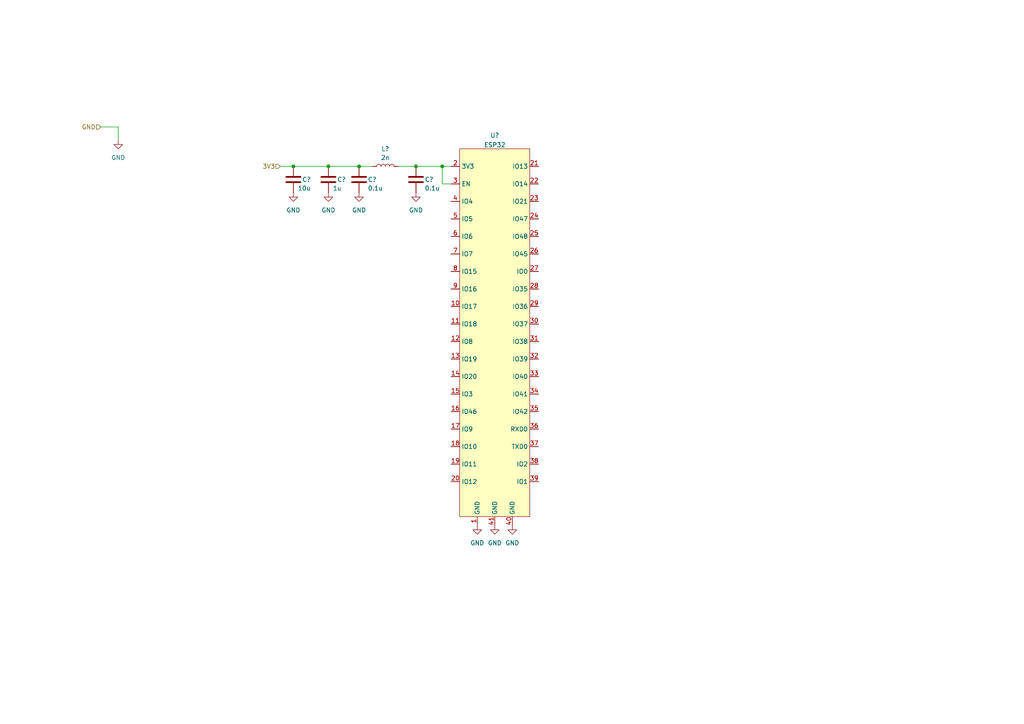
<source format=kicad_sch>
(kicad_sch (version 20211123) (generator eeschema)
  (paper "A4")
  (lib_symbols
    (symbol "Device:C" (pin_numbers hide) (pin_names (offset 0.254))
      (property "Reference" "C" (at 0.635 2.54 0))
      (property "Value" "C" (at 0.635 -2.54 0))
      (symbol "C_0_1"
        (polyline (pts (xy -2.032 -0.762) (xy 2.032 -0.762)) (stroke (width 0.508)))
        (polyline (pts (xy -2.032 0.762) (xy 2.032 0.762)) (stroke (width 0.508)))
      )
      (symbol "C_1_1"
        (pin passive line (at 0 3.81 270) (length 2.794) (name "~") (number "1"))
        (pin passive line (at 0 -3.81 90) (length 2.794) (name "~") (number "2"))
      )
    )
    (symbol "Device:L" (pin_numbers hide) (pin_names (offset 1.016) hide)
      (property "Reference" "L" (at -1.27 0 90))
      (property "Value" "L" (at 1.905 0 90))
      (symbol "L_0_1"
        (arc (start 0 -2.54) (mid 0.635 -1.905) (end 0 -1.27))
        (arc (start 0 -1.27) (mid 0.635 -0.635) (end 0 0))
        (arc (start 0 0) (mid 0.635 0.635) (end 0 1.27))
        (arc (start 0 1.27) (mid 0.635 1.905) (end 0 2.54))
      )
      (symbol "L_1_1"
        (pin passive line (at 0 3.81 270) (length 1.27) (name "1") (number "1"))
        (pin passive line (at 0 -3.81 90) (length 1.27) (name "2") (number "2"))
      )
    )
    (symbol "HEKK:ESP32"
      (property "Reference" "U" (at 0 50.8 0))
      (property "Value" "ESP32" (at 0 53.34 0))
      (symbol "ESP32_0_1"
        (rectangle (start -10.16 48.26) (end 10.16 -58.42) (stroke (width 0.1524)) (fill (type background)))
      )
      (symbol "ESP32_1_1"
        (pin input line (at -5.08 -60.96 90) (length 2.54) (name "GND") (number "1"))
        (pin input line (at -12.7 2.54 0) (length 2.54) (name "IO17") (number "10"))
        (pin input line (at -12.7 -2.54 0) (length 2.54) (name "IO18") (number "11"))
        (pin input line (at -12.7 -7.62 0) (length 2.54) (name "IO8") (number "12"))
        (pin input line (at -12.7 -12.7 0) (length 2.54) (name "IO19") (number "13"))
        (pin input line (at -12.7 -17.78 0) (length 2.54) (name "IO20") (number "14"))
        (pin input line (at -12.7 -22.86 0) (length 2.54) (name "IO3") (number "15"))
        (pin input line (at -12.7 -27.94 0) (length 2.54) (name "IO46") (number "16"))
        (pin input line (at -12.7 -33.02 0) (length 2.54) (name "IO9") (number "17"))
        (pin input line (at -12.7 -38.1 0) (length 2.54) (name "IO10") (number "18"))
        (pin input line (at -12.7 -43.18 0) (length 2.54) (name "IO11") (number "19"))
        (pin input line (at -12.7 43.18 0) (length 2.54) (name "3V3") (number "2"))
        (pin input line (at -12.7 -48.26 0) (length 2.54) (name "IO12") (number "20"))
        (pin input line (at 12.7 43.18 180) (length 2.54) (name "IO13") (number "21"))
        (pin input line (at 12.7 38.1 180) (length 2.54) (name "IO14") (number "22"))
        (pin input line (at 12.7 33.02 180) (length 2.54) (name "IO21") (number "23"))
        (pin input line (at 12.7 27.94 180) (length 2.54) (name "IO47") (number "24"))
        (pin input line (at 12.7 22.86 180) (length 2.54) (name "IO48") (number "25"))
        (pin input line (at 12.7 17.78 180) (length 2.54) (name "IO45") (number "26"))
        (pin input line (at 12.7 12.7 180) (length 2.54) (name "IO0") (number "27"))
        (pin input line (at 12.7 7.62 180) (length 2.54) (name "IO35") (number "28"))
        (pin input line (at 12.7 2.54 180) (length 2.54) (name "IO36") (number "29"))
        (pin input line (at -12.7 38.1 0) (length 2.54) (name "EN") (number "3"))
        (pin input line (at 12.7 -2.54 180) (length 2.54) (name "IO37") (number "30"))
        (pin input line (at 12.7 -7.62 180) (length 2.54) (name "IO38") (number "31"))
        (pin input line (at 12.7 -12.7 180) (length 2.54) (name "IO39") (number "32"))
        (pin input line (at 12.7 -17.78 180) (length 2.54) (name "IO40") (number "33"))
        (pin input line (at 12.7 -22.86 180) (length 2.54) (name "IO41") (number "34"))
        (pin input line (at 12.7 -27.94 180) (length 2.54) (name "IO42") (number "35"))
        (pin input line (at 12.7 -33.02 180) (length 2.54) (name "RXD0") (number "36"))
        (pin input line (at 12.7 -38.1 180) (length 2.54) (name "TXD0") (number "37"))
        (pin input line (at 12.7 -43.18 180) (length 2.54) (name "IO2") (number "38"))
        (pin input line (at 12.7 -48.26 180) (length 2.54) (name "IO1") (number "39"))
        (pin input line (at -12.7 33.02 0) (length 2.54) (name "IO4") (number "4"))
        (pin input line (at 5.08 -60.96 90) (length 2.54) (name "GND") (number "40"))
        (pin input line (at 0 -60.96 90) (length 2.54) (name "GND") (number "41"))
        (pin input line (at -12.7 27.94 0) (length 2.54) (name "IO5") (number "5"))
        (pin input line (at -12.7 22.86 0) (length 2.54) (name "IO6") (number "6"))
        (pin input line (at -12.7 17.78 0) (length 2.54) (name "IO7") (number "7"))
        (pin input line (at -12.7 12.7 0) (length 2.54) (name "IO15") (number "8"))
        (pin input line (at -12.7 7.62 0) (length 2.54) (name "IO16") (number "9"))
      )
    )
    (symbol "power:GND" (power) (pin_names (offset 0))
      (property "Value" "GND" (at 0 -3.81 0))
      (symbol "GND_0_1"
        (polyline (pts (xy 0 0) (xy 0 -1.27) (xy 1.27 -1.27) (xy 0 -2.54) (xy -1.27 -1.27) (xy 0 -1.27)))
      )
      (symbol "GND_1_1"
        (pin power_in line (at 0 0 270) (length 0) hide (name "GND") (number "1"))
      )
    )
  )
  (junction (at 104.14 48.26))
  (junction (at 95.25 48.26))
  (junction (at 120.65 48.26))
  (junction (at 85.09 48.26))
  (junction (at 128.27 48.26))
  (wire (pts (xy 34.29 36.83) (xy 34.29 40.64)))
  (wire (pts (xy 130.81 53.34) (xy 128.27 53.34)))
  (wire (pts (xy 85.09 48.26) (xy 95.25 48.26)))
  (wire (pts (xy 95.25 48.26) (xy 104.14 48.26)))
  (wire (pts (xy 128.27 48.26) (xy 130.81 48.26)))
  (wire (pts (xy 29.21 36.83) (xy 34.29 36.83)))
  (wire (pts (xy 115.57 48.26) (xy 120.65 48.26)))
  (wire (pts (xy 81.28 48.26) (xy 85.09 48.26)))
  (wire (pts (xy 120.65 48.26) (xy 128.27 48.26)))
  (wire (pts (xy 104.14 48.26) (xy 107.95 48.26)))
  (wire (pts (xy 128.27 53.34) (xy 128.27 48.26)))
  (hierarchical_label "GND" (shape input) (at 29.21 36.83 180))
  (hierarchical_label "3V3" (shape input) (at 81.28 48.26 180))
  (symbol (lib_id "power:GND") (at 148.59 152.4 0) (unit 1)
    (property "Reference" "#PWR?" (effects hide))
    (property "Value" "GND" (at 148.59 157.48 0))
  )
  (symbol (lib_id "Device:C") (at 120.65 52.07 0) (unit 1)
    (property "Reference" "C?" (at 123.19 52.07 0) (effects (justify left)))
    (property "Value" "0.1u" (at 123.19 54.61 0) (effects (justify left)))
  )
  (symbol (lib_id "Device:C") (at 85.09 52.07 0) (unit 1)
    (property "Reference" "C?" (at 87.63 52.07 0) (effects (justify left)))
    (property "Value" "10u" (at 86.36 54.61 0) (effects (justify left)))
  )
  (symbol (lib_id "power:GND") (at 138.43 152.4 0) (unit 1)
    (property "Reference" "#PWR?" (effects hide))
    (property "Value" "GND" (at 138.43 157.48 0))
  )
  (symbol (lib_id "power:GND") (at 120.65 55.88 0) (unit 1)
    (property "Reference" "#PWR?" (effects hide))
    (property "Value" "GND" (at 120.65 60.96 0))
  )
  (symbol (lib_id "Device:L") (at 111.76 48.26 90) (unit 1)
    (property "Reference" "L?" (at 111.76 43.18 90))
    (property "Value" "2n" (at 111.76 45.72 90))
  )
  (symbol (lib_id "power:GND") (at 85.09 55.88 0) (unit 1)
    (property "Reference" "#PWR?" (effects hide))
    (property "Value" "GND" (at 85.09 60.96 0))
  )
  (symbol (lib_id "Device:C") (at 95.25 52.07 0) (unit 1)
    (property "Reference" "C?" (at 97.79 52.07 0) (effects (justify left)))
    (property "Value" "1u" (at 96.52 54.61 0) (effects (justify left)))
  )
  (symbol (lib_id "HEKK:ESP32") (at 143.51 91.44 0) (unit 1)
    (property "Reference" "U?" (at 143.51 39.2642 0))
    (property "Value" "ESP32" (at 143.51 42.0393 0))
    (property "Footprint" "ESP32-S3-footprint:XCVR_ESP32-S3-WROOM-1-N16R2" (effects hide))
  )
  (symbol (lib_id "power:GND") (at 143.51 152.4 0) (unit 1)
    (property "Reference" "#PWR?" (effects hide))
    (property "Value" "GND" (at 143.51 157.48 0))
  )
  (symbol (lib_id "power:GND") (at 95.25 55.88 0) (unit 1)
    (property "Reference" "#PWR?" (effects hide))
    (property "Value" "GND" (at 95.25 60.96 0))
  )
  (symbol (lib_id "power:GND") (at 104.14 55.88 0) (unit 1)
    (property "Reference" "#PWR?" (effects hide))
    (property "Value" "GND" (at 104.14 60.96 0))
  )
  (symbol (lib_id "power:GND") (at 34.29 40.64 0) (unit 1)
    (property "Reference" "#PWR?" (effects hide))
    (property "Value" "GND" (at 34.29 45.72 0))
  )
  (symbol (lib_id "Device:C") (at 104.14 52.07 0) (unit 1)
    (property "Reference" "C?" (at 106.68 52.07 0) (effects (justify left)))
    (property "Value" "0.1u" (at 106.68 54.61 0) (effects (justify left)))
  )
)
</source>
